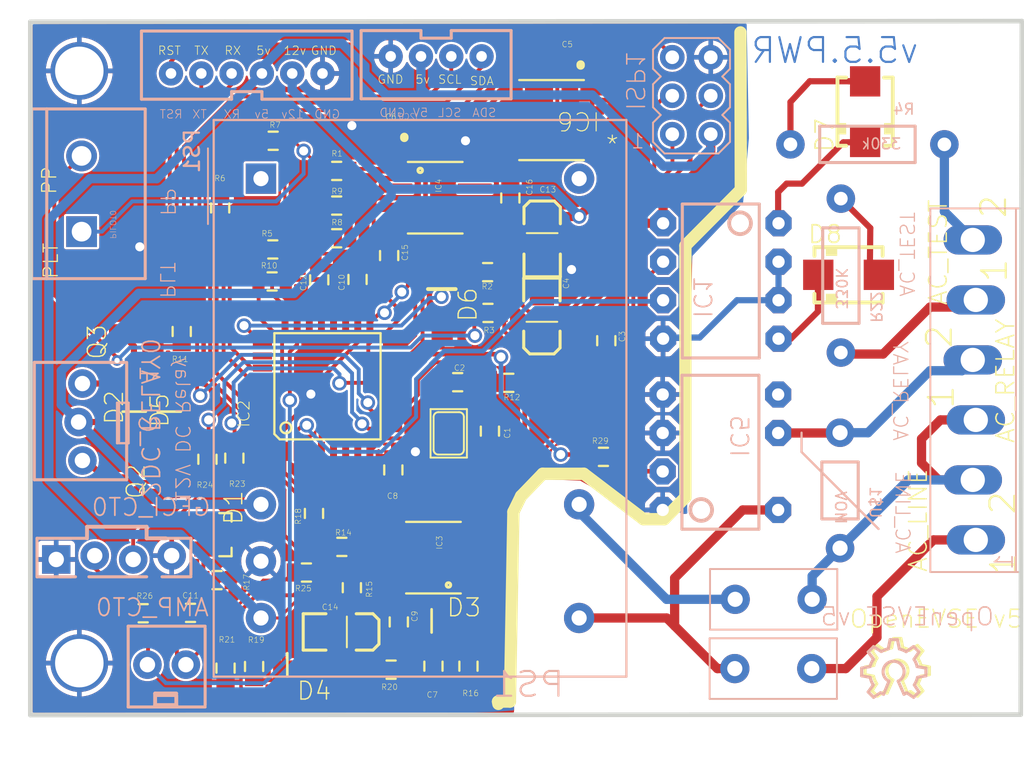
<source format=kicad_pcb>
(kicad_pcb (version 20240108) (generator "pcbnew") (generator_version "8.0")
  (layers (0 "F.Cu" signal) (31 "B.Cu" signal) (34 "B.Paste" user) (35 "F.Paste" user) (36 "B.SilkS" user "B.Silkscreen") (37 "F.SilkS" user "F.Silkscreen") (38 "B.Mask" user) (39 "F.Mask" user) (44 "Edge.Cuts" user))
  (net 0 "")
  (net 1 "+5V")
  (net 2 "GND")
  (net 3 "RX-I")
  (net 4 "TX")
  (net 5 "RST")
  (net 6 "PWM")
  (net 7 "N$2")
  (net 8 "+12V")
  (net 9 "PILOT")
  (net 10 "MOSI")
  (net 11 "SCK")
  (net 12 "MISO")
  (net 13 "DC_RELAY_2")
  (net 14 "N$11")
  (net 15 "N$10")
  (net 16 "N$44")
  (net 17 "PILOTREAD")
  (net 18 "AC_TEST")
  (net 19 "SDA")
  (net 20 "SCL")
  (net 21 "GFCI_INT")
  (net 22 "-12V")
  (net 23 "N$8")
  (net 24 "N$20")
  (net 25 "N$23")
  (net 26 "N$24")
  (net 27 "N$25")
  (net 28 "N$26")
  (net 29 "N$4")
  (net 30 "N$5")
  (net 31 "N$21")
  (net 32 "GFCI_TEST")
  (net 33 "AC_RELAY_1")
  (net 34 "ADC6")
  (net 35 "ADC7")
  (net 36 "ACIN1")
  (net 37 "ACIN2")
  (net 38 "ACTEST2")
  (net 39 "ADC3")
  (net 40 "PP_READ")
  (net 41 "FUSEL")
  (net 42 "FUSEN")
  (net 43 "N$30")
  (net 44 "N$22")
  (net 45 "PP")
  (net 46 "DC_RELAY_1")
  (net 47 "AMP_READ")
  (net 48 "N$7")
  (net 49 "N$1")
  (net 50 "N$6")
  (net 51 "AC_TEST_2")
  (net 52 "ACTEST1")
  (net 53 "N$18")
  (net 54 "ACRELAY")
  (net 55 "N$9")
  (net 56 "N$12")
  (net 57 "N$13")
  (net 58 "N$17")
  (net 59 "N$19")
  (net 60 "N$27")
  (net 61 "N$28")
  (footprint "OpenEVSE_PLUS_v5.5:0805" (layer "F.Cu") (at 153.6046 110.8634 180)
    (property "Reference" "R29")
    (property "Value" "330")
  )
  (footprint "OpenEVSE_PLUS_v5.5:HOLE" (layer "F.Cu") (at 119.0098 124.4778)
    (property "Reference" "U$4" (hide yes))
    (property "Value" "HOLE" (hide yes))
  )
  (footprint "OpenEVSE_PLUS_v5.5:0805" (layer "F.Cu") (at 142.3838 124.681 90)
    (property "Reference" "C7")
    (property "Value" ".1uf")
  )
  (footprint "OpenEVSE_PLUS_v5.5:0805" (layer "F.Cu") (at 135.9972 91.9912)
    (property "Reference" "R1")
    (property "Value" "620")
  )
  (footprint "OpenEVSE_PLUS_v5.5:0805" (layer "F.Cu") (at 131.8062 90)
    (property "Reference" "R7")
    (property "Value" "200k")
  )
  (footprint "OpenEVSE_PLUS_v5.5:TQFP32-08" (layer "F.Cu") (at 135.3892 106.2062 90)
    (property "Reference" "IC2")
    (property "Value" "ATMEGA328P-AU")
  )
  (footprint "OpenEVSE_PLUS_v5.5:0805" (layer "F.Cu") (at 134.5 114.6 90)
    (property "Reference" "R18")
    (property "Value" "100")
  )
  (footprint "OpenEVSE_PLUS_v5.5:0805" (layer "F.Cu") (at 127.4664 111.0238 90)
    (property "Reference" "R24")
    (property "Value" "330")
  )
  (footprint "OpenEVSE_PLUS_v5.5:0805" (layer "F.Cu") (at 128.6618 124.808 -90)
    (property "Reference" "R21")
    (property "Value" "100k")
  )
  (footprint "OpenEVSE_PLUS_v5.5:0805" (layer "F.Cu") (at 139.5898 124.9096 180)
    (property "Reference" "R20")
    (property "Value" "1k")
  )
  (footprint "OpenEVSE_PLUS_v5.5:0805" (layer "F.Cu") (at 131.7352 99.2862)
    (property "Reference" "R10")
    (property "Value" "10k")
  )
  (footprint "OpenEVSE_PLUS_v5.5:0805" (layer "F.Cu") (at 137.374 99.154 90)
    (property "Reference" "C10")
    (property "Value" ".1uf")
  )
  (footprint "OpenEVSE_PLUS_v5.5:SMA" (layer "F.Cu") (at 169.7844 98.8492)
    (property "Reference" "D8")
    (property "Value" "1N4004")
  )
  (footprint "OpenEVSE_PLUS_v5.5:0805" (layer "F.Cu") (at 145.9592 98.6714 180)
    (property "Reference" "R2")
    (property "Value" "10k")
  )
  (footprint "" (layer "F.Cu") (at 177.8136 124.4366)
    (property "Reference" "@HOLE1" (hide yes))
    (property "Value" "")
  )
  (footprint "OpenEVSE_PLUS_v5.5:0805" (layer "F.Cu") (at 137 119.5 -90)
    (property "Reference" "R15")
    (property "Value" "20k")
  )
  (footprint "OpenEVSE_PLUS_v5.5:SO08" (layer "F.Cu") (at 142.5012 93.7602 -90)
    (property "Reference" "IC4")
    (property "Value" "LF353")
  )
  (footprint "OpenEVSE_PLUS_v5.5:1206-CAP" (layer "F.Cu") (at 152.1 85)
    (property "Reference" "C5")
    (property "Value" "10uf")
  )
  (footprint "OpenEVSE_PLUS_v5.5:0805" (layer "F.Cu") (at 143.9832 105.9358)
    (property "Reference" "C2")
    (property "Value" "22pf")
  )
  (footprint "OpenEVSE_PLUS_v5.5:0805" (layer "F.Cu") (at 126.3504 121.1616)
    (property "Reference" "C11")
    (property "Value" ".1uf")
  )
  (footprint "OpenEVSE_PLUS_v5.5:EIA3216" (layer "F.Cu") (at 149.5424 101.5682 -90)
    (property "Reference" "C4")
    (property "Value" "10uf")
  )
  (footprint "OpenEVSE_PLUS_v5.5:SOD123" (layer "F.Cu") (at 122.6166 107.7138 90)
    (property "Reference" "D2")
    (property "Value" "1N4148")
  )
  (footprint "OpenEVSE_PLUS_v5.5:0805" (layer "F.Cu") (at 131.7808 97.1728)
    (property "Reference" "R5")
    (property "Value" "56k")
  )
  (footprint "OpenEVSE_PLUS_v5.5:0805" (layer "F.Cu") (at 125.7694 102.5898 90)
    (property "Reference" "R11")
    (property "Value" "330")
  )
  (footprint "OpenEVSE_PLUS_v5.5:0805" (layer "F.Cu") (at 134.8452 99.1778 90)
    (property "Reference" "C12")
    (property "Value" ".1uf")
  )
  (footprint "OpenEVSE_PLUS_v5.5:SO-8" (layer "F.Cu") (at 150.1797 88.635 180)
    (property "Reference" "IC6")
    (property "Value" "TC1044S" (hide yes))
  )
  (footprint "OpenEVSE_PLUS_v5.5:SMA" (layer "F.Cu") (at 170.8766 88.0796 90)
    (property "Reference" "D7")
    (property "Value" "1N4004")
  )
  (footprint "OpenEVSE_PLUS_v5.5:0805" (layer "F.Cu") (at 129.2428 110.9492 -90)
    (property "Reference" "R23")
    (property "Value" "330")
  )
  (footprint "OpenEVSE_PLUS_v5.5:0805" (layer "F.Cu") (at 134 118.5 180)
    (property "Reference" "R25")
    (property "Value" "100k")
  )
  (footprint "OpenEVSE_PLUS_v5.5:0805" (layer "F.Cu") (at 139.4602 97.5782 -90)
    (property "Reference" "C15")
    (property "Value" ".1uf")
  )
  (footprint "OpenEVSE_PLUS_v5.5:EIA3216" (layer "F.Cu") (at 136.2878 122.4204)
    (property "Reference" "C14")
    (property "Value" "10uf")
  )
  (footprint "" (layer "F.Cu") (at 177.8104 85.3714)
    (property "Reference" "@HOLE0" (hide yes))
    (property "Value" "")
  )
  (footprint "OpenEVSE_PLUS_v5.5:SOD123" (layer "F.Cu") (at 124.9026 107.7138 90)
    (property "Reference" "D5")
    (property "Value" "1N4148")
  )
  (footprint "OpenEVSE_PLUS_v5.5:0805" (layer "F.Cu") (at 153.7928 103.196 -90)
    (property "Reference" "C3")
    (property "Value" ".1uf")
  )
  (footprint "OpenEVSE_PLUS_v5.5:SOT23" (layer "F.Cu") (at 122.8326 112.5176 90)
    (property "Reference" "Q2")
    (property "Value" "2222A")
  )
  (footprint "OpenEVSE_PLUS_v5.5:0805" (layer "F.Cu") (at 135.9972 94.2772)
    (property "Reference" "R9")
    (property "Value" "100k")
  )
  (footprint "OpenEVSE_PLUS_v5.5:0805" (layer "F.Cu") (at 147.4602 93.7782 -90)
    (property "Reference" "C16")
    (property "Value" ".1uf")
  )
  (footprint "OpenEVSE_PLUS_v5.5:SO08" (layer "F.Cu") (at 142.3838 117.5182 90)
    (property "Reference" "IC3")
    (property "Value" "LM358")
  )
  (footprint "OpenEVSE_PLUS_v5.5:SOD123" (layer "F.Cu") (at 134.4 125)
    (property "Reference" "D4")
    (property "Value" "1N4148")
  )
  (footprint "OpenEVSE_PLUS_v5.5:EIA3216" (layer "F.Cu") (at 149.5602 96.4782 90)
    (property "Reference" "C13")
    (property "Value" "10uf")
  )
  (footprint "OpenEVSE_PLUS_v5.5:0805" (layer "F.Cu") (at 146.1116 109.1668 -90)
    (property "Reference" "C1")
    (property "Value" "22pf")
  )
  (footprint "OpenEVSE_PLUS_v5.5:0805" (layer "F.Cu") (at 140.0978 121.76 -90)
    (property "Reference" "C9")
    (property "Value" ".1uf")
  )
  (footprint "OpenEVSE_PLUS_v5.5:0805" (layer "F.Cu") (at 147.3602 105.9782)
    (property "Reference" "R12")
    (property "Value" "330")
  )
  (footprint "OpenEVSE_PLUS_v5.5:0805" (layer "F.Cu") (at 135.9972 96.4362)
    (property "Reference" "R8")
    (property "Value" "100k")
  )
  (footprint "OpenEVSE_PLUS_v5.5:SOT23" (layer "F.Cu") (at 122.769 102.6084 90)
    (property "Reference" "Q3")
    (property "Value" "2222A")
  )
  (footprint "OpenEVSE_PLUS_v5.5:0805" (layer "F.Cu") (at 136.3386 116.807)
    (property "Reference" "R14")
    (property "Value" "100k")
  )
  (footprint "OpenEVSE_PLUS_v5.5:SOD123" (layer "F.Cu") (at 144.2888 121.76)
    (property "Reference" "D3")
    (property "Value" "1N4148")
  )
  (footprint "OpenEVSE_PLUS_v5.5:0805" (layer "F.Cu") (at 130.5462 124.7014 90)
    (property "Reference" "R19")
    (property "Value" "10k")
  )
  (footprint "OpenEVSE_PLUS_v5.5:HOLE" (layer "F.Cu") (at 119.0098 85.3872)
    (property "Reference" "U$3" (hide yes))
    (property "Value" "HOLE" (hide yes))
  )
  (footprint "OpenEVSE_PLUS_v5.5:0805" (layer "F.Cu") (at 139.7362 111.727 90)
    (property "Reference" "C8")
    (property "Value" ".1uf")
  )
  (footprint "OpenEVSE_PLUS_v5.5:NX3225" (layer "F.Cu") (at 143.3938 109.314 -90)
    (property "Reference" "Q1" (hide yes))
    (property "Value" "16000" (hide yes))
  )
  (footprint "OpenEVSE_PLUS_v5.5:1206-CAP" (layer "F.Cu") (at 140.4602 89.7782)
    (property "Reference" "C6")
    (property "Value" "10uf")
  )
  (footprint "OpenEVSE_PLUS_v5.5:0805" (layer "F.Cu") (at 145.9846 101.3638 180)
    (property "Reference" "R3")
    (property "Value" "1k")
  )
  (footprint "OpenEVSE_PLUS_v5.5:0805" (layer "F.Cu") (at 128.3062 94.4348 90)
    (property "Reference" "R6")
    (property "Value" "100k")
  )
  (footprint "OpenEVSE_PLUS_v5.5:0805" (layer "F.Cu") (at 123.2262 121.187)
    (property "Reference" "R26")
    (property "Value" "22")
  )
  (footprint "OpenEVSE_PLUS_v5.5:SOD123" (layer "F.Cu") (at 142.962 100.7034 -90)
    (property "Reference" "D6")
    (property "Value" "1N4148")
  )
  (footprint "OpenEVSE_PLUS_v5.5:0805" (layer "F.Cu") (at 144.6952 124.681 -90)
    (property "Reference" "R16")
    (property "Value" "100k")
  )
  (footprint "OpenEVSE_PLUS_v5.5:SOT23" (layer "F.Cu") (at 128.4 116 -90)
    (property "Reference" "D1")
    (property "Value" "AZ23C5V6-7-F")
  )
  (footprint "OpenEVSE_PLUS_v5.5:OSHW_8X150_NOTEXT" (layer "F.Cu") (at 170.8766 126.6622)
    (property "Reference" "LOGO1" (hide yes))
    (property "Value" "OSHW_LOGO_8MILX0150-NT" (hide yes))
  )
  (footprint "OpenEVSE_PLUS_v5.5:0805" (layer "F.Cu") (at 128.1 119 180)
    (property "Reference" "R17")
    (property "Value" "412")
  )
  (footprint "OpenEVSE_PLUS_v5.5:BELFUSE1A" (layer "B.Cu") (at 160.615 126.84 90)
    (property "Reference" "F2" (hide yes))
    (property "Value" "BEL1AFUSE" (hide yes))
  )
  (footprint "OpenEVSE_PLUS_v5.5:JST-4-PTH-VERT" (layer "B.Cu") (at 142.5602 84.9782)
    (property "Reference" "I2C0")
    (property "Value" "")
  )
  (footprint "OpenEVSE_PLUS_v5.5:JST-VH-6" (layer "B.Cu") (at 178.1822 104.466)
    (property "Reference" "AC0" (hide yes))
    (property "Value" "JST-VH-6" (hide yes))
  )
  (footprint "OpenEVSE_PLUS_v5.5:GFCI_4" (layer "B.Cu") (at 117.4858 117.5104)
    (property "Reference" "GFCI_CT0")
    (property "Value" "GFCI_CT")
  )
  (footprint "OpenEVSE_PLUS_v5.5:AXIAL-0.4" (layer "B.Cu") (at 169.2764 98.9 90)
    (property "Reference" "R22")
    (property "Value" "330K")
  )
  (footprint "OpenEVSE_PLUS_v5.5:AVRISP" (layer "B.Cu") (at 159.4176 87.0292)
    (property "Reference" "ISP1")
    (property "Value" "AVRISP-6" (hide yes))
  )
  (footprint "OpenEVSE_PLUS_v5.5:OSHW_8X150_NOTEXT" (layer "B.Cu") (at 174.8898 126.7384 180)
    (property "Reference" "LOGO2" (hide yes))
    (property "Value" "OSHW_LOGO_8MILX0150-NT" (hide yes))
  )
  (footprint "OpenEVSE_PLUS_v5.5:AXIAL-0.4" (layer "B.Cu") (at 171.029 90.2386 180)
    (property "Reference" "R4")
    (property "Value" "330k")
  )
  (footprint "OpenEVSE_PLUS_v5.5:DIP7" (layer "B.Cu") (at 161.3262 110.5586 90)
    (property "Reference" "IC5")
    (property "Value" "AQH1213")
  )
  (footprint "Converter_ACDC:Converter_ACDC_TRACO_TMLM-04_THT" (layer "B.Cu") (at 131 92.5 -90)
    (property "Reference" "PS1")
    (property "Value" "")
  )
  (footprint "OpenEVSE_PLUS_v5.5:JST6" (layer "B.Cu") (at 130.0602 85.2782 180)
    (property "Reference" "COMM0" (hide yes))
    (property "Value" "JST6")
  )
  (footprint "OpenEVSE_PLUS_v5.5:MOV" (layer "B.Cu") (at 166.6816 108.001 90)
    (property "Reference" "U$1")
    (property "Value" "MOV")
  )
  (footprint "OpenEVSE_PLUS_v5.5:BELFUSE1A" (layer "B.Cu") (at 160.6404 122.268 90)
    (property "Reference" "F1" (hide yes))
    (property "Value" "BEL1AFUSE" (hide yes))
  )
  (footprint "OpenEVSE_PLUS_v5.5:DIP08" (layer "B.Cu") (at 161.3516 99.2556 -90)
    (property "Reference" "IC1")
    (property "Value" "HCPL-2731")
  )
  (footprint "OpenEVSE_PLUS_v5.5:MOLEX_3" (layer "B.Cu") (at 119.0876 108.5656 90)
    (property "Reference" "DC_RELAY0")
    (property "Value" "DC_RELAY")
  )
  (footprint "OpenEVSE_PLUS_v5.5:MOLEX_2" (layer "B.Cu") (at 124.7756 124.5794 180)
    (property "Reference" "AMP_CT0")
    (property "Value" "AMP_CT")
  )
  (footprint "OpenEVSE_PLUS_v5.5:SCREWTERMINAL-5MM-2" (layer "B.Cu") (at 119.1602 96 90)
    (property "Reference" "PILOT0")
    (property "Value" "")
  )
  (gr_line (start 149.5914 111.981) (end 148.169 113.4542) (stroke (width 0.8128)) (layer "F.SilkS"))
  (gr_line (start 162.647 82.8472) (end 162.6724 93.2358) (stroke (width 0.8128)) (layer "F.SilkS"))
  (gr_line (start 156.2462 114.9782) (end 152.3092 111.981) (stroke (width 0.8128)) (layer "F.SilkS"))
  (gr_line (start 147.4324 127.0178) (end 146.645 127.0178) (stroke (width 0.8128)) (layer "F.SilkS"))
  (gr_line (start 147.661 114.4956) (end 147.4324 127.0178) (stroke (width 0.8128)) (layer "F.SilkS"))
  (gr_line (start 148.169 113.4542) (end 147.661 114.4956) (stroke (width 0.8128)) (layer "F.SilkS"))
  (gr_line (start 159.0148 96.9188) (end 159.0148 113.5304) (stroke (width 0.8128)) (layer "F.SilkS"))
  (gr_line (start 146.645 127.0178) (end 146.6704 127.1702) (stroke (width 0.8128)) (layer "F.SilkS"))
  (gr_line (start 162.6724 93.2358) (end 159.0148 96.9188) (stroke (width 0.8128)) (layer "F.SilkS"))
  (gr_line (start 142.0222 99.789) (end 143.851 99.789) (stroke (width 0.254)) (layer "F.SilkS"))
  (gr_line (start 152.3092 111.981) (end 149.5914 111.981) (stroke (width 0.8128)) (layer "F.SilkS"))
  (gr_line (start 157.6178 114.9782) (end 156.2462 114.9782) (stroke (width 0.8128)) (layer "F.SilkS"))
  (gr_line (start 159.0148 113.5304) (end 157.6178 114.9782) (stroke (width 0.8128)) (layer "F.SilkS"))
  (gr_line (start 181.1488 127.8782) (end 115.7772 127.9052) (stroke (width 0.3048)) (layer "Edge.Cuts"))
  (gr_line (start 115.7772 127.9052) (end 115.7772 82.148) (stroke (width 0.3048)) (layer "Edge.Cuts"))
  (gr_line (start 115.7772 82.148) (end 181.225 82.102) (stroke (width 0.3048)) (layer "Edge.Cuts"))
  (gr_line (start 181.225 82.102) (end 181.1488 127.8782) (stroke (width 0.3048)) (layer "Edge.Cuts"))
  (gr_text "v5.5.PWR" (at 174.5 85 0) (layer "B.Cu") (effects (font (size 1.63576 1.63576) (thickness 0.14224)) (justify left bottom mirror)))
  (gr_text "12v" (at 133.8602 88.5782 0) (layer "B.SilkS") (effects (font (size 0.560832 0.560832) (thickness 0.048768)) (justify left bottom mirror)))
  (gr_text "TX" (at 127.4602 88.5782 0) (layer "B.SilkS") (effects (font (size 0.560832 0.560832) (thickness 0.048768)) (justify left bottom mirror)))
  (gr_text "RST" (at 125.8602 88.5782 0) (layer "B.SilkS") (effects (font (size 0.560832 0.560832) (thickness 0.048768)) (justify left bottom mirror)))
  (gr_text "GND" (at 140.5602 88.4782 0) (layer "B.SilkS") (effects (font (size 0.560832 0.560832) (thickness 0.048768)) (justify left bottom mirror)))
  (gr_text "1" (at 124.2518 105.980882 -90) (layer "B.SilkS") (effects (font (size 1.1684 1.1684) (thickness 0.1016)) (justify left top mirror)))
  (gr_text "5v" (at 131.5602 88.5782 0) (layer "B.SilkS") (effects (font (size 0.560832 0.560832) (thickness 0.048768)) (justify left bottom mirror)))
  (gr_text "AC_TEST" (at 174.169 100.352218 -90) (layer "B.SilkS") (effects (font (size 0.93472 0.93472) (thickness 0.08128)) (justify left top mirror)))
  (gr_text "RX" (at 129.6602 88.5782 0) (layer "B.SilkS") (effects (font (size 0.560832 0.560832) (thickness 0.048768)) (justify left bottom mirror)))
  (gr_text "SCL" (at 144.2602 88.4782 0) (layer "B.SilkS") (effects (font (size 0.560832 0.560832) (thickness 0.048768)) (justify left bottom mirror)))
  (gr_text "SDA" (at 146.5602 88.4782 0) (layer "B.SilkS") (effects (font (size 0.560832 0.560832) (thickness 0.048768)) (justify left bottom mirror)))
  (gr_text "GND" (at 136.2602 88.5782 0) (layer "B.SilkS") (effects (font (size 0.560832 0.560832) (thickness 0.048768)) (justify left bottom mirror)))
  (gr_text "5V" (at 142.0602 88.4782 0) (layer "B.SilkS") (effects (font (size 0.560832 0.560832) (thickness 0.048768)) (justify left bottom mirror)))
  (gr_text "OpenEVSE v5" (at 179.4618 122.0902 0) (layer "B.SilkS") (effects (font (size 1.1684 1.1684) (thickness 0.1016)) (justify left bottom mirror)))
  (gr_text "PLT" (at 124.2628 100.462915 -90) (layer "B.SilkS") (effects (font (size 0.93472 0.93472) (thickness 0.08128)) (justify left bottom mirror)))
  (gr_text "PS1" (at 151.1154 126.84 0) (layer "B.SilkS") (effects (font (size 1.63576 1.63576) (thickness 0.14224)) (justify left bottom mirror)))
  (gr_text "PP" (at 124.285 95.017915 -90) (layer "B.SilkS") (effects (font (size 0.93472 0.93472) (thickness 0.08128)) (justify left bottom mirror)))
  (gr_text "2" (at 123.0326 113.629444 -90) (layer "B.SilkS") (effects (font (size 1.1684 1.1684) (thickness 0.1016)) (justify left bottom mirror)))
  (gr_text "C" (at 124.1756 109.38292 -90) (layer "B.SilkS") (effects (font (size 1.1684 1.1684) (thickness 0.1016)) (justify left top mirror)))
  (gr_text "AC_LINE" (at 173.8896 117.312885 -90) (layer "B.SilkS") (effects (font (size 0.93472 0.93472) (thickness 0.08128)) (justify left top mirror)))
  (gr_text "12V DC Relay" (at 125.2678 113.968915 -90) (layer "B.SilkS") (effects (font (size 0.93472 0.93472) (thickness 0.08128)) (justify left bottom mirror)))
  (gr_text "AC_RELAY" (at 173.7372 109.865848 -90) (layer "B.SilkS") (effects (font (size 0.93472 0.93472) (thickness 0.08128)) (justify left top mirror)))
  (gr_text "_" (at 124.0644 107.9424 0) (layer "F.SilkS") (effects (font (size 2.009648 2.009648) (thickness 0.174752)) (justify left bottom)))
  (gr_text "TX" (at 126.5602 84.3782 0) (layer "F.SilkS") (effects (font (size 0.560832 0.560832) (thickness 0.048768)) (justify left bottom)))
  (gr_text "AC_RELAY" (at 180.8238 110.0286 90) (layer "F.SilkS") (effects (font (size 1.1684 1.1684) (thickness 0.1016)) (justify left bottom)))
  (gr_text "RST" (at 124.1602 84.3782 0) (layer "F.SilkS") (effects (font (size 0.560832 0.560832) (thickness 0.048768)) (justify left bottom)))
  (gr_text "GND" (at 138.6602 86.2782 0) (layer "F.SilkS") (effects (font (size 0.560832 0.560832) (thickness 0.048768)) (justify left bottom)))
  (gr_text "SCL" (at 142.6602 86.2782 0) (layer "F.SilkS") (effects (font (size 0.560832 0.560832) (thickness 0.048768)) (justify left bottom)))
  (gr_text "_" (at 121.753 107.9424 0) (layer "F.SilkS") (effects (font (size 2.009648 2.009648) (thickness 0.174752)) (justify left bottom)))
  (gr_text "OpenEVSE v5" (at 169.7844 122.2426 0) (layer "F.SilkS") (effects (font (size 1.1684 1.1684) (thickness 0.1016)) (justify left bottom)))
  (gr_text "GND" (at 134.2602 84.3782 0) (layer "F.SilkS") (effects (font (size 0.560832 0.560832) (thickness 0.048768)) (justify left bottom)))
  (gr_text "PP" (at 117.5732 93.6026 90) (layer "F.SilkS") (effects (font (size 0.93472 0.93472) (thickness 0.08128)) (justify left bottom)))
  (gr_text "AC_LINE" (at 175.058 118.5376 90) (layer "F.SilkS") (effects (font (size 1.1684 1.1684) (thickness 0.1016)) (justify left bottom)))
  (gr_text "PLT" (at 117.6748 99.176 90) (layer "F.SilkS") (effects (font (size 0.93472 0.93472) (thickness 0.08128)) (justify left bottom)))
  (gr_text "5v" (at 130.6602 84.3782 0) (layer "F.SilkS") (effects (font (size 0.560832 0.560832) (thickness 0.048768)) (justify left bottom)))
  (gr_text "_" (at 132.802 125.4684 90) (layer "F.SilkS") (effects (font (size 2.009648 2.009648) (thickness 0.174752)) (justify left bottom)))
  (gr_text "1" (at 180.3666 99.4368 90) (layer "F.SilkS") (effects (font (size 1.63576 1.63576) (thickness 0.14224)) (justify left bottom)))
  (gr_text "RX" (at 128.5602 84.3782 0) (layer "F.SilkS") (effects (font (size 0.560832 0.560832) (thickness 0.048768)) (justify left bottom)))
  (gr_text "2" (at 180.3158 95.2204 90) (layer "F.SilkS") (effects (font (size 1.63576 1.63576) (thickness 0.14224)) (justify left bottom)))
  (gr_text "SDA" (at 144.7602 86.3782 0) (layer "F.SilkS") (effects (font (size 0.560832 0.560832) (thickness 0.048768)) (justify left bottom)))
  (gr_text "2" (at 180.9254 114.7784 90) (layer "F.SilkS") (effects (font (size 1.63576 1.63576) (thickness 0.14224)) (justify left bottom)))
  (gr_text "1" (at 176.8614 107.7934 90) (layer "F.SilkS") (effects (font (size 1.63576 1.63576) (thickness 0.14224)) (justify left bottom)))
  (gr_text "2" (at 176.7344 103.8056 90) (layer "F.SilkS") (effects (font (size 1.63576 1.63576) (thickness 0.14224)) (justify left bottom)))
  (gr_text "_" (at 142.327 122.5728 90) (layer "F.SilkS") (effects (font (size 2.009648 2.009648) (thickness 0.174752)) (justify left bottom)))
  (gr_text "5v" (at 141.1602 86.2782 0) (layer "F.SilkS") (effects (font (size 0.560832 0.560832) (thickness 0.048768)) (justify left bottom)))
  (gr_text "12v" (at 132.4602 84.3782 0) (layer "F.SilkS") (effects (font (size 0.560832 0.560832) (thickness 0.048768)) (justify left bottom)))
  (gr_text "AC_TEST" (at 176.3788 100.9354 90) (layer "F.SilkS") (effects (font (size 1.1684 1.1684) (thickness 0.1016)) (justify left bottom)))
  (gr_text "1" (at 180.9762 118.8424 90) (layer "F.SilkS") (effects (font (size 1.63576 1.63576) (thickness 0.14224)) (justify left bottom)))
  (segment (start 136.4792 99.1592) (end 132.7622 99.1592) (width 0.3048) (layer "F.Cu") (net 1))
  (segment (start 141.4186 114.9782) (end 136.049736 114.9782) (width 0.254) (layer "F.Cu") (net 1))
  (segment (start 136.5612 110.5332) (end 136.5612 107.8282) (width 0.254) (layer "F.Cu") (net 1))
  (segment (start 139.7676 119.4232) (end 139.7676 120.5408) (width 0.254) (layer "F.Cu") (net 1))
  (segment (start 134.4022 94.4042) (end 135.1642 94.4042) (width 0.254) (layer "F.Cu") (net 1))
  (segment (start 147.0602 102.5782) (end 147.4502 102.9682) (width 0.254) (layer "F.Cu") (net 1))
  (segment (start 136.612 111.5746) (end 137.6264 112.589) (width 0.3048) (layer "F.Cu") (net 1))
  (segment (start 151.8238 102.3266) (end 151.8544 102.296) (width 0.4064) (layer "F.Cu") (net 1))
  (segment (start 139.9581 120.7313) (end 139.7676 120.5408) (width 0.254) (layer "F.Cu") (net 1))
  (segment (start 157.5416 94.2456) (end 157.5416 95.4456) (width 0.6096) (layer "F.Cu") (net 1))
  (segment (start 140.1602 112.589) (end 137.6264 112.589) (width 0.254) (layer "F.Cu") (net 1))
  (segment (start 150.184 102.3266) (end 151.8238 102.3266) (width 0.4064) (layer "F.Cu") (net 1))
  (segment (start 133.5 116) (end 133.5 113.425064) (width 0.2) (layer "F.Cu") (net 1))
  (segment (start 134.307 116.807) (end 133.5 116) (width 0.2) (layer "F.Cu") (net 1))
  (segment (start 132.6352 99.2862) (end 132.6352 96.8882) (width 0.3048) (layer "F.Cu") (net 1))
  (segment (start 157.5416 95.4456) (end 156.1416 95.4456) (width 0.6096) (layer "F.Cu") (net 1))
  (segment (start 132.7062 96.6682) (end 132.6808 97.1728) (width 0.254) (layer "F.Cu") (net 1))
  (segment (start 151.8544 102.296) (end 153.7928 102.296) (width 0.4064) (layer "F.Cu") (net 1))
  (segment (start 135.571536 114.5) (end 133.8604 114.5) (width 0.254) (layer "F.Cu") (net 1))
  (segment (start 145.6004 112.589) (end 140.1602 112.589) (width 0.3048) (layer "F.Cu") (net 1))
  (segment (start 140.2602 112.489) (end 139.8124 112.489) (width 0.3048) (layer "F.Cu") (net 1))
  (segment (start 134.4276 107.8154) (end 133.5894 107.8154) (width 0.254) (layer "F.Cu") (net 1))
  (segment (start 134.9356 111.092) (end 134.9356 111.2698) (width 0.254) (layer "F.Cu") (net 1))
  (segment (start 134.9356 111.2698) (end 135.6658 112) (width 0.254) (layer "F.Cu") (net 1))
  (segment (start 141.6472 115.2068) (end 141.4186 114.9782) (width 0.254) (layer "F.Cu") (net 1))
  (segment (start 139.7676 119.4232) (end 141.1646 119.4232) (width 0.254) (layer "F.Cu") (net 1))
  (segment (start 133.8942 94.9122) (end 134.4022 94.4042) (width 0.254) (layer "F.Cu") (net 1))
  (segment (start 145.6004 112.589) (end 148.4086 109.7808) (width 0.3048) (layer "F.Cu") (net 1))
  (segment (start 133.4082 96.6682) (end 133.8942 96.1822) (width 0.254) (layer "F.Cu") (net 1))
  (segment (start 131 121.5) (end 132.198368 121.5) (width 0.2) (layer "F.Cu") (net 1))
  (segment (start 160.6876 91.0996) (end 157.5416 94.2456) (width 0.6096) (layer "F.Cu") (net 1))
  (segment (start 151.8238 102.3266) (end 151.7528 101.8948) (width 0.4064) (layer "F.Cu") (net 1))
  (segment (start 137.4502 101.8972) (end 137.4502 100.1302) (width 0.3048) (layer "F.Cu") (net 1))
  (segment (start 148.4086 109.7808) (end 148.4086 106.1266) (width 0.3048) (layer "F.Cu") (net 1))
  (segment (start 153.945 99.519588) (end 151.8238 101.640788) (width 0.6096) (layer "F.Cu") (net 1))
  (segment (start 134.9356 108.3234) (end 134.4276 107.8154) (width 0.254) (layer "F.Cu") (net 1))
  (segment (start 156.1416 95.4456) (end 153.945 97.6422) (width 0.6096) (layer "F.Cu") (net 1))
  (segment (start 132.7258 108.8822) (end 131.786 109.822) (width 0.254) (layer "F.Cu") (net 1))
  (segment (start 141.6472 118.9152) (end 141.6472 115.2068) (width 0.254) (layer "F.Cu") (net 1))
  (segment (start 141.1646 119.3978) (end 141.6472 118.9152) (width 0.254) (layer "F.Cu") (net 1))
  (segment (start 140.1602 112.589) (end 140.2602 112.489) (width 0.254) (layer "F.Cu") (net 1))
  (segment (start 136.612 111.5746) (end 136.612 110.5216) (width 0.3048) (layer "F.Cu") (net 1))
  (segment (start 160.6876 89.5692) (end 160.6876 91.0996) (width 0.6096) (layer "F.Cu") (net 1))
  (segment (start 134.9 118.5) (end 134.9 117.3456) (width 0.2) (layer "F.Cu") (net 1))
  (segment (start 153.945 97.6422) (end 153.945 99.519588) (width 0.6096) (layer "F.Cu") (net 1))
  (segment (start 149.5424 104.696) (end 148.2602 105.9782) (width 0.4064) (layer "F.Cu") (net 1))
  (segment (start 136.5612 107.8282) (end 135.3532 106.6202) (width 0.254) (layer "F.Cu") (net 1))
  (segment (start 135.3532 105.3452) (end 135.3532 106.6202) (width 0.254) (layer "F.Cu") (net 1))
  (segment (start 135.3532 105.3452) (end 137.3892 103.3092) (width 0.254) (layer "F.Cu") (net 1))
  (segment (start 136.049736 114.9782) (end 135.571536 114.5) (width 0.254) (layer "F.Cu") (net 1))
  (segment (start 131.786 109.822) (end 131.786 111.711064) (width 0.254) (layer "F.Cu") (net 1))
  (segment (start 136.1866 112) (end 136.612 111.5746) (width 0.254) (layer "F.Cu") (net 1))
  (segment (start 141.1646 119.4232) (end 141.1646 119.3978) (width 0.254) (layer "F.Cu") (net 1))
  (segment (start 149.5424 102.9682) (end 150.184 102.3266) (width 0.4064) (layer "F.Cu") (net 1))
  (segment (start 137.3892 103.3092) (end 137.3892 101.9136) (width 0.254) (layer "F.Cu") (net 1))
  (segment (start 147.4502 102.9682) (end 149.5424 102.9682) (width 0.254) (layer "F.Cu") (net 1))
  (segment (start 149.5424 102.9682) (end 149.5424 104.696) (width 0.4064) (layer "F.Cu") (net 1))
  (segment (start 147.0602 101.5394) (end 147.0602 102.5782) (width 0.254) (layer "F.Cu") (net 1))
  (segment (start 151.8238 101.640788) (end 151.8238 102.3266) (width 0.6096) (layer "F.Cu") (net 1))
  (segment (start 132.7062 96.6682) (end 133.4082 96.6682) (width 0.254) (layer "F.Cu") (net 1))
  (segment (start 133.8942 96.1822) (end 133.8942 94.9122) (width 0.254) (layer "F.Cu") (net 1))
  (segment (start 131.786 111.711064) (end 133.5 113.425064) (width 0.254) (layer "F.Cu") (net 1))
  (segment (start 135.4386 116.807) (end 134.307 116.807) (width 0.2) (layer "F.Cu") (net 1))
  (segment (start 134.9 117.3456) (end 135.4386 116.807) (width 0.2) (layer "F.Cu") (net 1))
  (segment (start 134.9356 111.092) (end 134.9356 108.3234) (width 0.254) (layer "F.Cu") (net 1))
  (segment (start 132.198368 121.5) (end 134.9 118.798368) (width 0.2) (layer "F.Cu") (net 1))
  (segment (start 132.7258 108.679) (end 132.7258 108.8822) (width 0.254) (layer "F.Cu") (net 1))
  (segment (start 133.5894 107.8154) (end 132.7258 108.679) (width 0.254) (layer "F.Cu") (net 1))
  (segment (start 133.8604 114.5) (end 133.5 114.1396) (width 0.254) (layer "F.Cu") (net 1))
  (segment (start 134.9892 111.0384) (end 134.9356 111.092) (width 0.254) (layer "F.Cu") (net 1))
  (segment (start 135.6658 112) (end 136.1866 112) (width 0.254) (layer "F.Cu") (net 1))
  (segment (start 134.9892 110.4988) (end 134.9892 111.0384) (width 0.254) (layer "F.Cu") (net 1))
  (segment (start 136.4792 99.1592) (end 137.374 100.054) (width 0.3048) (layer "F.Cu") (net 1))
  (segment (start 141.5602 86.5782) (end 141.5602 84.4282) (width 0.6096) (layer "B.Cu") (net 1))
  (segment (start 139.2602 86.9782) (end 141.9602 86.9782) (width 0.6096) (layer "B.Cu") (net 1))
  (segment (start 141.9602 86.9782) (end 141.5602 86.5782) (width 0.6096) (layer "B.Cu") (net 1))
  (segment (start 124.1184 92.5) (end 119.7138 92.5) (width 0.6096) (layer "B.Cu") (net 1))
  (segment (start 117 112.381943) (end 120.604457 115.9864) (width 0.6096) (layer "B.Cu") (net 1))
  (segment (start 159.556668 91.6782) (end 160.6567 90.578169) (width 0.6096) (layer "B.Cu") (net 1))
  (segment (start 120.604457 115.9864) (end 125.684457 115.9864) (width 0.6096) (layer "B.Cu") (net 1))
  (segment (start 137.8602 85.5782) (end 139.2602 86.9782) (width 0.6096) (layer "B.Cu") (net 1))
  (segment (start 159.556668 91.6782) (end 157.5602 91.6782) (width 0.6096) (layer "B.Cu") (net 1))
  (segment (start 125.684457 115.9864) (end 131 121.301943) (width 0.6096) (layer "B.Cu") (net 1))
  (segment (start 117 95.2138) (end 117 112.381943) (width 0.6096) (layer "B.Cu") (net 1))
  (segment (start 136.3602 83.5782) (end 132.6402 83.5782) (width 0.6096) (layer "B.Cu") (net 1))
  (segment (start 131.0602 85.5582) (end 124.1184 92.5) (width 0.6096) (layer "B.Cu") (net 1))
  (segment (start 136.3602 83.5782) (end 137.8602 85.0782) (width 0.6096) (layer "B.Cu") (net 1))
  (segment (start 137.8602 85.0782) (end 137.8602 85.5782) (width 0.6096) (layer "B.Cu") (net 1))
  (segment (start 119.7138 92.5) (end 117 95.2138) (width 0.6096) (layer "B.Cu") (net 1))
  (segment (start 157.5602 91.6782) (end 152.8602 86.9782) (width 0.6096) (layer "B.Cu") (net 1))
  (segment (start 132.6402 83.5782) (end 131.0602 85.1582) (width 0.6096) (layer "B.Cu") (net 1))
  (segment (start 152.8602 86.9782) (end 141.9602 86.9782) (width 0.6096) (layer "B.Cu") (net 1))
  (segment (start 160.6658 89.591) (end 160.6567 90.578169) (width 0.4064) (layer "B.Cu") (net 1))
  (via (at 141.1944 110.5244) (size 0.9556) (drill 0.6) (layers "F.Cu" "B.Cu") (net 2))
  (via (at 134.2944 106.7244) (size 0.9556) (drill 0.6) (layers "F.Cu" "B.Cu") (net 2))
  (via (at 151.5 98.5) (size 0.9556) (drill 0.6) (layers "F.Cu" "B.Cu") (net 2))
  (via (at 144.5 90) (size 0.9556) (drill 0.6) (layers "F.Cu" "B.Cu") (net 2))
  (via (at 123 97) (size 0.9556) (drill 0.6) (layers "F.Cu" "B.Cu") (net 2))
  (via (at 137 89) (size 0.9556) (drill 0.6) (layers "F.Cu" "B.Cu") (net 2))
  (segment (start 165.1616 97.9856) (end 165.1616 100.5256) (width 0.4064) (layer "B.Cu") (net 2))
  (segment (start 159.9546 102.9894) (end 157.6178 102.9894) (width 0.4064) (layer "B.Cu") (net 2))
  (segment (start 162.4184 100.5256) (end 159.9546 102.9894) (width 0.4064) (layer "B.Cu") (net 2))
  (segment (start 165.1616 100.5256) (end 162.4184 100.5256) (width 0.4064) (layer "B.Cu") (net 2))
  (segment (start 128.0744 98.823319) (end 125.436 96.239885) (width 0.254) (layer "F.Cu") (net 3))
  (segment (start 128.0744 98.823319) (end 128.0744 105.3484) (width 0.254) (layer "F.Cu") (net 3))
  (segment (start 125.436 89.9024) (end 129.0602 86.2782) (width 0.254) (layer "F.Cu") (net 3))
  (segment (start 125.436 96.239885) (end 125.436 89.9024) (width 0.254) (layer "F.Cu") (net 3))
  (segment (start 129.0602 86.2782) (end 129.0602 85.5582) (width 0.254) (layer "F.Cu") (net 3))
  (segment (start 130.1322 107.4062) (end 128.0744 105.3484) (width 0.254) (layer "F.Cu") (net 3))
  (segment (start 131.0966 107.4062) (end 130.1322 107.4062) (width 0.254) (layer "F.Cu") (net 3))
  (segment (start 124.9788 89.5596) (end 127.0602 87.4782) (width 0.254) (layer "F.Cu") (net 4))
  (segment (start 124.9788 96.407522) (end 124.9788 89.5596) (width 0.254) (layer "F.Cu") (net 4))
  (segment (start 131.0966 108.2062) (end 130.0432 108.2062) (width 0.254) (layer "F.Cu") (net 4))
  (segment (start 127.0602 87.4782) (end 127.0602 85.5582) (width 0.254) (layer "F.Cu") (net 4))
  (segment (start 130.0432 108.2062) (end 127.6426 105.758707) (width 0.254) (layer "F.Cu") (net 4))
  (segment (start 127.6426 99.001675) (end 124.9788 96.407522) (width 0.254) (layer "F.Cu") (net 4))
  (segment (start 127.6426 105.758707) (end 127.6426 99.001675) (width 0.254) (layer "F.Cu") (net 4))
  (segment (start 144.0602 87.9782) (end 129.9602 87.9782) (width 0.254) (layer "F.Cu") (net 5))
  (segment (start 126.582371 83.236029) (end 125.0602 84.7582) (width 0.254) (layer "F.Cu") (net 5))
  (segment (start 148.802371 83.236029) (end 144.0602 87.9782) (width 0.254) (layer "F.Cu") (net 5))
  (segment (start 132.1162 106.4946) (end 131.2082 106.4946) (width 0.254) (layer "F.Cu") (net 5))
  (segment (start 130.8462 101.6432) (end 132.3956 103.1926) (width 0.254) (layer "F.Cu") (net 5))
  (segment (start 131.2082 106.4946) (end 131.0966 106.6062) (width 0.254) (layer "F.Cu") (net 5))
  (segment (start 132.1162 106.4946) (end 132.3956 106.2152) (width 0.254) (layer "F.Cu") (net 5))
  (segment (start 148.802371 83.236029) (end 126.582371 83.236029) (width 0.254) (layer "F.Cu") (net 5))
  (segment (start 129.9602 87.9782) (end 126.9346 91.0038) (width 0.254) (layer "F.Cu") (net 5))
  (segment (start 126.9346 91.0038) (end 126.9346 95.725) (width 0.254) (layer "F.Cu") (net 5))
  (segment (start 126.9346 95.725) (end 130.5878 99.3782) (width 0.254) (layer "F.Cu") (net 5))
  (segment (start 125.0602 85.5582) (end 125.0602 84.7582) (width 0.254) (layer "F.Cu") (net 5))
  (segment (start 132.3956 106.2152) (end 132.3956 103.1926) (width 0.254) (layer "F.Cu") (net 5))
  (segment (start 130.8462 101.6432) (end 130.8462 99.3782) (width 0.254) (layer "F.Cu") (net 5))
  (segment (start 158.1476 84.3948) (end 156.989693 83.236894) (width 0.254) (layer "F.Cu") (net 5))
  (segment (start 156.989693 83.236894) (end 126.582371 83.236029) (width 0.254) (layer "F.Cu") (net 5))
  (segment (start 138.4392 99.4572) (end 138.4392 94.936) (width 0.254) (layer "F.Cu") (net 6))
  (segment (start 138.1106 103.4212) (end 138.8472 102.6846) (width 0.254) (layer "F.Cu") (net 6))
  (segment (start 140.0694 101.8356) (end 140.0694 101.0874) (width 0.254) (layer "F.Cu") (net 6))
  (segment (start 138.8472 102.6846) (end 139.2204 102.6846) (width 0.254) (layer "F.Cu") (net 6))
  (segment (start 140.0694 101.0874) (end 138.4392 99.4572) (width 0.254) (layer "F.Cu") (net 6))
  (segment (start 138.0852 104.4626) (end 138.644 105.0214) (width 0.254) (layer "F.Cu") (net 6))
  (segment (start 138.0852 103.4212) (end 138.1106 103.4212) (width 0.254) (layer "F.Cu") (net 6))
  (segment (start 139.2204 102.6846) (end 140.0694 101.8356) (width 0.254) (layer "F.Cu") (net 6))
  (segment (start 138.644 105.0214) (end 139.6666 105.0214) (width 0.254) (layer "F.Cu") (net 6))
  (segment (start 138.0852 103.4212) (end 138.0852 104.4626) (width 0.254) (layer "F.Cu") (net 6))
  (segment (start 138.4392 94.936) (end 138.9202 94.455) (width 0.254) (layer "F.Cu") (net 6))
  (segment (start 123.869 103.5584) (end 125.7008 103.5584) (width 0.254) (layer "F.Cu") (net 7))
  (segment (start 147.5 90.54) (end 147.5 92.8384) (width 0.4064) (layer "F.Cu") (net 8))
  (segment (start 124.9026 109.6138) (end 122.6166 109.6138) (width 0.4064) (layer "F.Cu") (net 8))
  (segment (start 153.4572 91.1378) (end 152.8594 90.54) (width 0.6096) (layer "F.Cu") (net 8))
  (segment (start 118.9606 108.5656) (end 121.5888 108.5656) (width 0.4064) (layer "F.Cu") (net 8))
  (segment (start 152 95) (end 153.4572 93.5428) (width 0.6096) (layer "F.Cu") (net 8))
  (segment (start 153.4572 93.5428) (end 153.4572 91.1378) (width 0.6096) (layer "F.Cu") (net 8))
  (segment (start 152 95) (end 149.6384 95) (width 0.6096) (layer "F.Cu") (net 8))
  (segment (start 147.5 90.54) (end 152.8594 90.54) (width 0.4064) (layer "F.Cu") (net 8))
  (segment (start 121.5888 108.5656) (end 122.5658 109.5426) (width 0.4064) (layer "F.Cu") (net 8))
  (segment (start 146.4372 91.8552) (end 145.1174 91.8552) (width 0.3048) (layer "F.Cu") (net 8))
  (segment (start 147.4602 92.8782) (end 146.4372 91.8552) (width 0.3048) (layer "F.Cu") (net 8))
  (via (at 152 95) (size 0.9556) (drill 0.6) (layers "F.Cu" "B.Cu") (net 8))
  (segment (start 152.0472 95) (end 150.2414 93.1942) (width 0.6096) (layer "B.Cu") (net 8))
  (segment (start 117.8176 107.4226) (end 117.8176 105.186687) (width 0.6096) (layer "B.Cu") (net 8))
  (segment (start 133.0602 85.5582) (end 133.0602 86.6614) (width 0.6096) (layer "B.Cu") (net 8))
  (segment (start 136.109 89.7102) (end 139.593 93.1942) (width 0.6096) (layer "B.Cu") (net 8))
  (segment (start 122.926087 100.0782) (end 133.1732 100.0782) (width 0.6096) (layer "B.Cu") (net 8))
  (segment (start 133.0602 86.6614) (end 136.109 89.7102) (width 0.6096) (layer "B.Cu") (net 8))
  (segment (start 124.395 114) (end 131 114) (width 0.6096) (layer "B.Cu") (net 8))
  (segment (start 118.9606 108.5656) (end 117.8176 107.4226) (width 0.6096) (layer "B.Cu") (net 8))
  (segment (start 150.2414 93.1942) (end 139.593 93.1942) (width 0.6096) (layer "B.Cu") (net 8))
  (segment (start 124.395 114) (end 118.9606 108.5656) (width 0.6096) (layer "B.Cu") (net 8))
  (segment (start 139.593 93.6584) (end 139.593 93.1942) (width 0.6096) (layer "B.Cu") (net 8))
  (segment (start 117.8176 105.186687) (end 122.926087 100.0782) (width 0.6096) (layer "B.Cu") (net 8))
  (segment (start 152 95) (end 152.0472 95) (width 0.6096) (layer "B.Cu") (net 8))
  (segment (start 133.1732 100.0782) (end 139.593 93.6584) (width 0.6096) (layer "B.Cu") (net 8))
  (segment (start 132.7062 90) (end 133.1476 90) (width 0.2) (layer "F.Cu") (net 9))
  (segment (start 135.0972 91.9496) (end 133.818 90.6704) (width 0.2) (layer "F.Cu") (net 9))
  (segment (start 133.1476 90) (end 133.818 90.6704) (width 0.2) (layer "F.Cu") (net 9))
  (via (at 133.818 90.6704) (size 0.9556) (drill 0.6) (layers "F.Cu" "B.Cu") (net 9))
  (segment (start 120.5 96) (end 119.1602 96) (width 0.254) (layer "B.Cu") (net 9))
  (segment (start 122.5 94) (end 120.5 96) (width 0.254) (layer "B.Cu") (net 9))
  (segment (start 132 94) (end 122.5 94) (width 0.254) (layer "B.Cu") (net 9))
  (segment (start 133.818 92.182) (end 132 94) (width 0.254) (layer "B.Cu") (net 9))
  (segment (start 133.818 90.6704) (end 133.818 92.182) (width 0.254) (layer "B.Cu") (net 9))
  (segment (start 153.3608 97.2776) (end 159.3602 91.2782) (width 0.254) (layer "F.Cu") (net 10))
  (segment (start 159.3602 91.2782) (end 159.3602 88.3566) (width 0.254) (layer "F.Cu") (net 10))
  (segment (start 159.3602 88.3566) (end 160.6876 87.0292) (width 0.254) (layer "F.Cu") (net 10))
  (segment (start 141.6666 98.0856) (end 142.4746 97.2776) (width 0.254) (layer "F.Cu") (net 10))
  (segment (start 147.6596 97.2776) (end 148.2602 97.8782) (width 0.254) (layer "F.Cu") (net 10))
  (segment (start 151.3602 101.2782) (end 153.3608 99.2776) (width 0.254) (layer "F.Cu") (net 10))
  (segment (start 141.6666 103.2942) (end 141.3872 103.5736) (width 0.254) (layer "F.Cu") (net 10))
  (segment (start 148.2602 97.8782) (end 148.2602 100.8782) (width 0.254) (layer "F.Cu") (net 10))
  (segment (start 148.6602 101.2782) (end 151.3602 101.2782) (width 0.254) (layer "F.Cu") (net 10))
  (segment (start 153.3608 99.2776) (end 153.3608 97.2776) (width 0.254) (layer "F.Cu") (net 10))
  (segment (start 141.3872 103.5736) (end 140.6252 104.3102) (width 0.254) (layer "F.Cu") (net 10))
  (segment (start 140.6252 104.3102) (end 139.7858 104.3102) (width 0.254) (layer "F.Cu") (net 10))
  (segment (start 141.6666 98.0856) (end 141.6666 103.2942) (width 0.254) (layer "F.Cu") (net 10))
  (segment (start 142.4746 97.2776) (end 147.6596 97.2776) (width 0.254) (layer "F.Cu") (net 10))
  (segment (start 148.2602 100.8782) (end 148.6602 101.2782) (width 0.254) (layer "F.Cu") (net 10))
  (segment (start 156.9602 87.7782) (end 157.7092 87.0292) (width 0.254) (layer "F.Cu") (net 11))
  (segment (start 142.0174 96.3616) (end 140.695 97.684) (width 0.254) (layer "F.Cu") (net 11))
  (segment (start 140.695 97.684) (end 140.695 99.584) (width 0.254) (layer "F.Cu") (net 11))
  (segment (start 152.8768 96.3616) (end 156.9602 92.2782) (width 0.254) (layer "F.Cu") (net 11))
  (segment (start 138.8552 101.3542) (end 138.2958 101.9136) (width 0.254) (layer "F.Cu") (net 11))
  (segment (start 156.9602 92.2782) (end 156.9602 87.7782) (width 0.254) (layer "F.Cu") (net 11))
  (segment (start 138.1892 101.9136) (end 138.2958 101.9136) (width 0.254) (layer "F.Cu") (net 11))
  (segment (start 140.695 99.584) (end 140.295 99.984) (width 0.254) (layer "F.Cu") (net 11))
  (segment (start 138.8552 101.3542) (end 139.1552 101.3542) (width 0.254) (layer "F.Cu") (net 11))
  (segment (start 142.0174 96.3616) (end 152.8768 96.3616) (width 0.254) (layer "F.Cu") (net 11))
  (via (at 139.1552 101.3542) (size 0.9556) (drill 0.6) (layers "F.Cu" "B.Cu") (net 11))
  (via (at 140.295 99.984) (size 0.9556) (drill 0.6) (layers "F.Cu" "B.Cu") (net 11))
  (segment (start 140.295 99.984) (end 140.295 100.1002) (width 0.254) (layer "B.Cu") (net 11))
  (segment (start 140.295 100.1002) (end 139.1552 101.24) (width 0.254) (layer "B.Cu") (net 11))
  (segment (start 139.1552 101.3542) (end 139.1552 101.24) (width 0.254) (layer "B.Cu") (net 11))
  (segment (start 142.246 96.8442) (end 141.184 97.9062) (width 0.254) (layer "F.Cu") (net 12))
  (segment (start 141.184 102.837) (end 140.5744 103.4466) (width 0.254) (layer "F.Cu") (net 12))
  (segment (start 158.1602 91.7782) (end 158.1602 89.5818) (width 0.254) (layer "F.Cu") (net 12))
  (segment (start 139.7222 103.4466) (end 140.5744 103.4466) (width 0.254) (layer "F.Cu") (net 12))
  (segment (start 142.246 96.8442) (end 153.0942 96.8442) (width 0.254) (layer "F.Cu") (net 12))
  (segment (start 153.0942 96.8442) (end 158.1602 91.7782) (width 0.254) (layer "F.Cu") (net 12))
  (segment (start 141.184 97.9062) (end 141.184 102.837) (width 0.254) (layer "F.Cu") (net 12))
  (segment (start 138.0534 107.2818) (end 138.1638 107.3922) (width 0.254) (layer "F.Cu") (net 13))
  (segment (start 126.9854 106.8248) (end 126.7854 106.6248) (width 0.254) (layer "F.Cu") (net 13))
  (segment (start 126.7854 101.9766) (end 126.5536 101.7448) (width 0.254) (layer "F.Cu") (net 13))
  (segment (start 138.6882 108.2062) (end 139.7072 108.2062) (width 0.254) (layer "F.Cu") (net 13))
  (segment (start 126.5536 101.7448) (end 125.8244 101.7448) (width 0.254) (layer "F.Cu") (net 13))
  (segment (start 138.1638 107.6818) (end 138.6882 108.2062) (width 0.254) (layer "F.Cu") (net 13))
  (segment (start 138.1638 107.3922) (end 138.1638 107.6818) (width 0.254) (layer "F.Cu") (net 13))
  (segment (start 126.7854 101.9766) (end 126.7854 106.6248) (width 0.254) (layer "F.Cu") (net 13))
  (via (at 138.0534 107.2818) (size 0.9556) (drill 0.6) (layers "F.Cu" "B.Cu") (net 13))
  (via (at 126.9854 106.8248) (size 0.9556) (drill 0.6) (layers "F.Cu" "B.Cu") (net 13))
  (segment (start 129.6778 104.1324) (end 126.9854 106.8248) (width 0.254) (layer "B.Cu") (net 13))
  (segment (start 138.0534 107.2818) (end 137.4534 106.6818) (width 0.254) (layer "B.Cu") (net 13))
  (segment (start 137.4534 105.0818) (end 136.504 104.1324) (width 0.254) (layer "B.Cu") (net 13))
  (segment (start 137.4534 105.0818) (end 137.4534 106.6818) (width 0.254) (layer "B.Cu") (net 13))
  (segment (start 136.504 104.1324) (end 129.6778 104.1324) (width 0.254) (layer "B.Cu") (net 13))
  (segment (start 137.0332 91.8552) (end 139.885 91.8552) (width 0.254) (layer "F.Cu") (net 14))
  (segment (start 138.2732 93.1252) (end 139.885 93.1252) (width 0.3048) (layer "F.Cu") (net 15))
  (segment (start 136.8972 96.4362) (end 136.8972 94.2772) (width 0.3048) (layer "F.Cu") (net 15))
  (segment (start 137.2482 94.1502) (end 138.2732 93.1252) (width 0.3048) (layer "F.Cu") (net 15))
  (segment (start 136.7702 94.1502) (end 137.2482 94.1502) (width 0.3048) (layer "F.Cu") (net 15))
  (segment (start 134.8452 100.0778) (end 135.7892 101.0218) (width 0.3048) (layer "F.Cu") (net 16))
  (segment (start 135.7892 101.9136) (end 135.7892 101.0218) (width 0.3048) (layer "F.Cu") (net 16))
  (segment (start 131.7352 98.0018) (end 131.7352 100.1192) (width 0.254) (layer "F.Cu") (net 17))
  (segment (start 132.5782 91.5734) (end 132.5782 94.0978) (width 0.2) (layer "F.Cu") (net 17))
  (segment (start 130.8808 97.1728) (end 131.7352 98.0018) (width 0.254) (layer "F.Cu") (net 17))
  (segment (start 131.0048 90) (end 132.5782 91.5734) (width 0.2) (layer "F.Cu") (net 17))
  (segment (start 131.7352 100.1192) (end 132.4972 100.8812) (width 0.254) (layer "F.Cu") (net 17))
  (segment (start 128.3062 96.339004) (end 128.3062 95.3348) (width 0.254) (layer "F.Cu") (net 17))
  (segment (start 132.5782 94.0978) (end 132.5782 95.4662) (width 0.3048) (layer "F.Cu") (net 17))
  (segment (start 132.5782 95.4662) (end 130.8808 97.1636) (width 0.3048) (layer "F.Cu") (net 17))
  (segment (start 130.8808 97.1728) (end 129.128475 97.1728) (width 0.254) (layer "F.Cu") (net 17))
  (segment (start 132.4972 100.8812) (end 132.4972 102.0242) (width 0.254) (layer "F.Cu") (net 17))
  (segment (start 129.128475 97.1728) (end 128.3062 96.339004) (width 0.254) (layer "F.Cu") (net 17))
  (segment (start 132.548 111.898328) (end 133.649672 113) (width 0.254) (layer "F.Cu") (net 18))
  (segment (start 155.5778 104.4912) (end 155.5778 99.9494) (width 0.254) (layer "F.Cu") (net 18))
  (segment (start 132.548 110.54) (end 132.548 111.898328) (width 0.254) (layer "F.Cu") (net 18))
  (segment (start 146.069 114) (end 155.5778 104.4912) (width 0.254) (layer "F.Cu") (net 18))
  (segment (start 135.509872 113) (end 136.509872 114) (width 0.254) (layer "F.Cu") (net 18))
  (segment (start 136.509872 114) (end 146.069 114) (width 0.254) (layer "F.Cu") (net 18))
  (segment (start 133.649672 113) (end 135.509872 113) (width 0.254) (layer "F.Cu") (net 18))
  (segment (start 155.5778 99.9494) (end 157.5416 97.9856) (width 0.254) (layer "F.Cu") (net 18))
  (segment (start 145.5602 85.142735) (end 143.218334 87.4846) (width 0.254) (layer "F.Cu") (net 19))
  (segment (start 126.4266 95.9298) (end 126.4266 90.661272) (width 0.254) (layer "F.Cu") (net 19))
  (segment (start 126.4266 90.661272) (end 129.603275 87.4846) (width 0.254) (layer "F.Cu") (net 19))
  (segment (start 145.5602 85.142735) (end 145.5602 84.4282) (width 0.254) (layer "F.Cu") (net 19))
  (segment (start 130.3992 105.0316) (end 128.9396 103.572) (width 0.254) (layer "F.Cu") (net 19))
  (segment (start 128.9396 103.572) (end 128.9396 98.4428) (width 0.254) (layer "F.Cu") (net 19))
  (segment (start 128.9396 98.4428) (end 126.4266 95.9298) (width 0.254) (layer "F.Cu") (net 19))
  (segment (start 129.603275 87.4846) (end 143.218334 87.4846) (width 0.254) (layer "F.Cu") (net 19))
  (segment (start 131.0966 105.0062) (end 130.3992 105.0316) (width 0.254) (layer "F.Cu") (net 19))
  (segment (start 131.0966 105.8062) (end 130.361 105.857) (width 0.254) (layer "F.Cu") (net 20))
  (segment (start 130.361 105.857) (end 128.5316 104.0276) (width 0.254) (layer "F.Cu") (net 20))
  (segment (start 125.9186 90.394538) (end 129.234937 87.0782) (width 0.254) (layer "F.Cu") (net 20))
  (segment (start 142.0602 87.0782) (end 129.234937 87.0782) (width 0.254) (layer "F.Cu") (net 20))
  (segment (start 142.0602 87.0782) (end 143.5602 85.5782) (width 0.254) (layer "F.Cu") (net 20))
  (segment (start 128.5316 98.670347) (end 125.9186 96.084854) (width 0.254) (layer "F.Cu") (net 20))
  (segment (start 128.5316 104.0276) (end 128.5316 98.670347) (width 0.254) (layer "F.Cu") (net 20))
  (segment (start 143.5602 85.5782) (end 143.5602 84.4282) (width 0.254) (layer "F.Cu") (net 20))
  (segment (start 125.9186 96.084854) (end 125.9186 90.394538) (width 0.254) (layer "F.Cu") (net 20))
  (segment (start 131.1764 109.086) (end 131.1764 111.6762) (width 0.254) (layer "F.Cu") (net 21))
  (segment (start 130.690655 120) (end 129.5 121.190655) (width 0.254) (layer "F.Cu") (net 21))
  (segment (start 129.5 121.190655) (end 129.5 121.809345) (width 0.254) (layer "F.Cu") (net 21))
  (segment (start 131.8986 125.6014) (end 130.5462 125.6014) (width 0.254) (layer "F.Cu") (net 21))
  (segment (start 130.690655 123) (end 131.454 123) (width 0.254) (layer "F.Cu") (net 21))
  (segment (start 133.830908 119.327892) (end 133.1588 120) (width 0.254) (layer "F.Cu") (net 21))
  (segment (start 132.548 116.048) (end 133.830908 117.330908) (width 0.254) (layer "F.Cu") (net 21))
  (segment (start 132.5 125) (end 131.8986 125.6014) (width 0.254) (layer "F.Cu") (net 21))
  (segment (start 132.5 124.046) (end 132.5 125) (width 0.254) (layer "F.Cu") (net 21))
  (segment (start 131.454 123) (end 132.5 124.046) (width 0.254) (layer "F.Cu") (net 21))
  (segment (start 132.548 113.0478) (end 132.548 116.048) (width 0.254) (layer "F.Cu") (net 21))
  (segment (start 131.1764 111.6762) (end 132.548 113.0478) (width 0.254) (layer "F.Cu") (net 21))
  (segment (start 133.1588 120) (end 130.690655 120) (width 0.254) (layer "F.Cu") (net 21))
  (segment (start 129.5 121.809345) (end 130.690655 123) (width 0.254) (layer "F.Cu") (net 21))
  (segment (start 133.830908 117.330908) (end 133.830908 119.327892) (width 0.254) (layer "F.Cu") (net 21))
  (segment (start 139.4602 96.09) (end 139.885 95.6652) (width 0.3048) (layer "F.Cu") (net 22))
  (segment (start 146.77 86.73) (end 147.5 86.73) (width 0.4064) (layer "F.Cu") (net 22))
  (segment (start 141.8602 94.4901) (end 141.8602 89.7782) (width 0.3048) (layer "F.Cu") (net 22))
  (segment (start 139.4602 96.6782) (end 139.4602 96.09) (width 0.3048) (layer "F.Cu") (net 22))
  (segment (start 141.8602 89.7782) (end 143.0542 88.5842) (width 0.3048) (layer "F.Cu") (net 22))
  (segment (start 140.6851 95.6652) (end 141.8602 94.4901) (width 0.3048) (layer "F.Cu") (net 22))
  (segment (start 143.0542 88.5842) (end 145.1505 88.5842) (width 0.3048) (layer "F.Cu") (net 22))
  (segment (start 145.1505 88.5842) (end 147.0047 86.73) (width 0.3048) (layer "F.Cu") (net 22))
  (segment (start 145.4064 125.6208) (end 144.735 125.6208) (width 0.254) (layer "F.Cu") (net 23))
  (segment (start 143.476 118.5088) (end 143.476 119.7788) (width 0.254) (layer "F.Cu") (net 23))
  (segment (start 145.762 125.2652) (end 145.4064 125.6208) (width 0.254) (layer "F.Cu") (net 23))
  (segment (start 143.476 119.7788) (end 144.365 120.6678) (width 0.254) (layer "F.Cu") (net 23))
  (segment (start 144.365 122.3696) (end 144.873 122.8776) (width 0.254) (layer "F.Cu") (net 23))
  (segment (start 145 118.1532) (end 143.8316 118.1532) (width 0.254) (layer "F.Cu") (net 23))
  (segment (start 144.6952 125.581) (end 142.3838 125.581) (width 0.254) (layer "F.Cu") (net 23))
  (segment (start 144.365 120.6678) (end 144.365 122.3696) (width 0.254) (layer "F.Cu") (net 23))
  (segment (start 145.2826 122.8776) (end 145.762 123.357) (width 0.254) (layer "F.Cu") (net 23))
  (segment (start 140.4534 124.8842) (end 141.4186 125.5954) (width 0.254) (layer "F.Cu") (net 23))
  (segment (start 143.8316 118.1532) (end 143.476 118.5088) (width 0.254) (layer "F.Cu") (net 23))
  (segment (start 145.762 123.357) (end 145.762 125.2652) (width 0.254) (layer "F.Cu") (net 23))
  (segment (start 144.873 122.8776) (end 145.2826 122.8776) (width 0.254) (layer "F.Cu") (net 23))
  (segment (start 141.4186 125.5954) (end 142.3694 125.5954) (width 0.254) (layer "F.Cu") (net 23))
  (segment (start 138.6898 126.0128) (end 138.6898 124.9096) (width 0.254) (layer "F.Cu") (net 24))
  (segment (start 122.1276 122.557) (end 122.1276 125.4526) (width 0.254) (layer "F.Cu") (net 24))
  (segment (start 121.3354 119.5122) (end 121.4402 119.617) (width 0.254) (layer "F.Cu") (net 24))
  (segment (start 122.1276 125.4526) (end 123.4626 126.7876) (width 0.254) (layer "F.Cu") (net 24))
  (segment (start 120.0258 118.2026) (end 121.3354 119.5122) (width 0.254) (layer "F.Cu") (net 24))
  (segment (start 120.0258 117.3834) (end 120.0258 118.2026) (width 0.254) (layer "F.Cu") (net 24))
  (segment (start 121.4402 119.617) (end 121.4402 121.8696) (width 0.254) (layer "F.Cu") (net 24))
  (segment (start 123.4626 126.7876) (end 137.915 126.7876) (width 0.254) (layer "F.Cu") (net 24))
  (segment (start 121.4402 121.8696) (end 122.1276 122.557) (width 0.254) (layer "F.Cu") (net 24))
  (segment (start 126 119) (end 127.2 119) (width 0.254) (layer "F.Cu") (net 24))
  (segment (start 125.4878 119.5122) (end 126 119) (width 0.254) (layer "F.Cu") (net 24))
  (segment (start 137.915 126.7876) (end 138.6898 126.0128) (width 0.254) (layer "F.Cu") (net 24))
  (segment (start 121.3354 119.5122) (end 125.4878 119.5122) (width 0.254) (layer "F.Cu") (net 24))
  (segment (start 127.2 119) (end 127.2 117.05) (width 0.254) (layer "F.Cu") (net 24))
  (segment (start 136.430736 114.4956) (end 135.635136 113.7) (width 0.254) (layer "F.Cu") (net 25))
  (segment (start 142.3838 123.781) (end 142.3838 121.887) (width 0.254) (layer "F.Cu") (net 25))
  (segment (start 142.3838 123.781) (end 144.6952 123.781) (width 0.254) (layer "F.Cu") (net 25))
  (segment (start 141.706 114.4956) (end 142.2568 115.0464) (width 0.254) (layer "F.Cu") (net 25))
  (segment (start 136.430736 114.4956) (end 141.706 114.4956) (width 0.254) (layer "F.Cu") (net 25))
  (segment (start 142.2568 121.76) (end 137.8118 121.76) (width 0.254) (layer "F.Cu") (net 25))
  (segment (start 142.2568 115.0464) (end 142.2568 121.887) (width 0.254) (layer "F.Cu") (net 25))
  (segment (start 135.635136 113.7) (end 134.5 113.7) (width 0.254) (layer "F.Cu") (net 25))
  (segment (start 137.2386 116.807) (end 139.6914 116.807) (width 0.254) (layer "F.Cu") (net 26))
  (segment (start 137.2386 118.7882) (end 137.2386 116.807) (width 0.254) (layer "F.Cu") (net 26))
  (segment (start 137.659 121.341) (end 138.2436 120.7564) (width 0.254) (layer "F.Cu") (net 27))
  (segment (start 136.1608 121.8886) (end 136.7084 121.341) (width 0.254) (layer "F.Cu") (net 27))
  (segment (start 138.2436 120.7564) (end 138.2436 118.458) (width 0.254) (layer "F.Cu") (net 27))
  (segment (start 136.1608 124.1272) (end 136.1608 121.8886) (width 0.254) (layer "F.Cu") (net 27))
  (segment (start 138.523 118.1786) (end 139.7422 118.1786) (width 0.254) (layer "F.Cu") (net 27))
  (segment (start 138.2436 118.458) (end 138.523 118.1786) (width 0.254) (layer "F.Cu") (net 27))
  (segment (start 136.7084 121.341) (end 137.659 121.341) (width 0.254) (layer "F.Cu") (net 27))
  (segment (start 136.74 125.2398) (end 136.1608 124.1272) (width 0.254) (layer "F.Cu") (net 27))
  (segment (start 139.6406 115.4862) (end 134.5138 115.4862) (width 0.254) (layer "F.Cu") (net 28))
  (segment (start 137.4248 111.2952) (end 137.4248 110.5344) (width 0.254) (layer "F.Cu") (net 29))
  (segment (start 144.1938 110.414) (end 145.5104 110.414) (width 0.254) (layer "F.Cu") (net 29))
  (segment (start 137.9074 111.7778) (end 137.4248 111.2952) (width 0.254) (layer "F.Cu") (net 29))
  (segment (start 144.1938 111.4096) (end 143.8256 111.7778) (width 0.254) (layer "F.Cu") (net 29))
  (segment (start 143.8256 111.7778) (end 137.9074 111.7778) (width 0.254) (layer "F.Cu") (net 29))
  (segment (start 145.5104 110.414) (end 146.1116 110.0668) (width 0.254) (layer "F.Cu") (net 29))
  (segment (start 144.1938 110.414) (end 144.1938 111.4096) (width 0.254) (layer "F.Cu") (net 29))
  (segment (start 140.8538 109.6442) (end 139.0438 109.6442) (width 0.254) (layer "F.Cu") (net 30))
  (segment (start 142.157 108.341) (end 140.8538 109.6442) (width 0.254) (layer "F.Cu") (net 30))
  (segment (start 142.5938 106.482) (end 142.9112 106.2152) (width 0.254) (layer "F.Cu") (net 30))
  (segment (start 142.5938 108.214) (end 142.5938 106.482) (width 0.254) (layer "F.Cu") (net 30))
  (segment (start 139.0438 109.6442) (end 138.1892 110.4988) (width 0.254) (layer "F.Cu") (net 30))
  (segment (start 145.254 119.4232) (end 145.8382 120.0074) (width 0.254) (layer "F.Cu") (net 31))
  (segment (start 145.8382 120.0074) (end 145.8382 121.4094) (width 0.254) (layer "F.Cu") (net 31))
  (segment (start 138.7882 106.6062) (end 138.1602 105.9782) (width 0.254) (layer "F.Cu") (net 32))
  (segment (start 136.2114 105.9782) (end 136.1836 106.006) (width 0.254) (layer "F.Cu") (net 32))
  (segment (start 138.1602 105.9782) (end 136.2114 105.9782) (width 0.254) (layer "F.Cu") (net 32))
  (segment (start 139.6818 106.6062) (end 138.7882 106.6062) (width 0.254) (layer "F.Cu") (net 32))
  (segment (start 129.262006 108.828407) (end 129.2428 110.0492) (width 0.254) (layer "F.Cu") (net 32))
  (segment (start 129.0682 108.6346) (end 129.262006 108.828407) (width 0.254) (layer "F.Cu") (net 32))
  (via (at 129.0682 108.6346) (size 0.9556) (drill 0.6) (layers "F.Cu" "B.Cu") (net 32))
  (via (at 136.1836 106.006) (size 0.9556) (drill 0.6) (layers "F.Cu" "B.Cu") (net 32))
  (segment (start 129.1952 105.9502) (end 129.1952 108.5076) (width 0.254) (layer "B.Cu") (net 32))
  (segment (start 136.1836 105.406) (end 135.8022 105.0246) (width 0.254) (layer "B.Cu") (net 32))
  (segment (start 129.1952 108.5076) (end 129.0682 108.6346) (width 0.254) (layer "B.Cu") (net 32))
  (segment (start 136.1836 106.006) (end 136.1836 105.406) (width 0.254) (layer "B.Cu") (net 32))
  (segment (start 130.1208 105.0246) (end 129.1952 105.9502) (width 0.254) (layer "B.Cu") (net 32))
  (segment (start 135.8022 105.0246) (end 130.1208 105.0246) (width 0.254) (layer "B.Cu") (net 32))
  (segment (start 142.0032 104.0864) (end 146.656 104.0864) (width 0.3048) (layer "F.Cu") (net 33))
  (segment (start 140.2834 105.8062) (end 142.0032 104.0864) (width 0.3048) (layer "F.Cu") (net 33))
  (segment (start 146.656 104.0864) (end 146.8418 104.2722) (width 0.3048) (layer "F.Cu") (net 33))
  (segment (start 139.6818 105.8062) (end 140.2834 105.8062) (width 0.3048) (layer "F.Cu") (net 33))
  (segment (start 150.7852 110.711) (end 152.5522 110.711) (width 0.3048) (layer "F.Cu") (net 33))
  (via (at 150.7852 110.711) (size 0.9556) (drill 0.6) (layers "F.Cu" "B.Cu") (net 33))
  (via (at 146.8418 104.2722) (size 0.9556) (drill 0.6) (layers "F.Cu" "B.Cu") (net 33))
  (segment (start 146.8418 106.859844) (end 150.7852 110.711) (width 0.3048) (layer "B.Cu") (net 33))
  (segment (start 146.8418 104.2722) (end 146.8418 106.859844) (width 0.3048) (layer "B.Cu") (net 33))
  (segment (start 175.3924 116.346) (end 178.1822 116.346) (width 0.6096) (layer "F.Cu") (net 36))
  (segment (start 167.355 124.84) (end 169.5984 124.84) (width 0.6096) (layer "F.Cu") (net 36))
  (segment (start 169.5984 124.84) (end 171.6602 122.7782) (width 0.6096) (layer "F.Cu") (net 36))
  (segment (start 171.6602 122.7782) (end 171.6602 120.0782) (width 0.6096) (layer "F.Cu") (net 36))
  (segment (start 171.6602 120.0782) (end 175.3924 116.346) (width 0.6096) (layer "F.Cu") (net 36))
  (segment (start 178.1822 108.426) (end 175.8478 108.426) (width 0.6096) (layer "F.Cu") (net 37))
  (segment (start 174.6008 109.673) (end 174.6008 111.2684) (width 0.6096) (layer "F.Cu") (net 37))
  (segment (start 175.8478 108.426) (end 174.6008 109.673) (width 0.6096) (layer "F.Cu") (net 37))
  (segment (start 174.6008 111.2684) (end 175.7184 112.386) (width 0.6096) (layer "F.Cu") (net 37))
  (segment (start 175.7184 112.386) (end 177.9822 112.386) (width 0.6096) (layer "F.Cu") (net 37))
  (segment (start 167.3804 118.7322) (end 169.2216 116.891) (width 0.6096) (layer "B.Cu") (net 37))
  (segment (start 167.3804 120.268) (end 167.3804 118.7322) (width 0.6096) (layer "B.Cu") (net 37))
  (segment (start 169.2216 116.891) (end 173.7266 112.386) (width 0.6096) (layer "B.Cu") (net 37))
  (segment (start 173.7266 112.386) (end 177.9822 112.386) (width 0.6096) (layer "B.Cu") (net 37))
  (segment (start 177.71 100.9782) (end 175.1602 100.9782) (width 0.6096) (layer "F.Cu") (net 38))
  (segment (start 172.0602 104.0782) (end 169.3746 104.0782) (width 0.6096) (layer "F.Cu") (net 38))
  (segment (start 175.1602 100.9782) (end 172.0602 104.0782) (width 0.6096) (layer "F.Cu") (net 38))
  (segment (start 145.0592 98.6714) (end 143.1348 98.6714) (width 0.254) (layer "F.Cu") (net 40))
  (segment (start 131.1106 103.4316) (end 129.881 102.202) (width 0.254) (layer "F.Cu") (net 40))
  (segment (start 142.9112 100.297) (end 142.9112 98.6002) (width 0.254) (layer "F.Cu") (net 40))
  (via (at 129.881 102.202) (size 0.9556) (drill 0.6) (layers "F.Cu" "B.Cu") (net 40))
  (via (at 142.9112 100.297) (size 0.9556) (drill 0.6) (layers "F.Cu" "B.Cu") (net 40))
  (segment (start 129.881 102.202) (end 140.2696 102.202) (width 0.254) (layer "B.Cu") (net 40))
  (segment (start 142.835 100.3732) (end 142.9112 100.297) (width 0.254) (layer "B.Cu") (net 40))
  (segment (start 142.1238 100.3732) (end 142.835 100.3732) (width 0.254) (layer "B.Cu") (net 40))
  (segment (start 140.2696 102.202) (end 142.1238 100.3732) (width 0.254) (layer "B.Cu") (net 40))
  (segment (start 162.275 124.84) (end 161.123 124.84) (width 0.6096) (layer "F.Cu") (net 41))
  (segment (start 158.3036 122.0206) (end 161.123 124.84) (width 0.6096) (layer "F.Cu") (net 41))
  (segment (start 162.7994 114.3686) (end 158.3036 118.8644) (width 0.6096) (layer "F.Cu") (net 41))
  (segment (start 158.3036 118.8644) (end 158.3036 122.0206) (width 0.6096) (layer "F.Cu") (net 41))
  (segment (start 157.783 121.5) (end 152 121.5) (width 0.6096) (layer "F.Cu") (net 41))
  (segment (start 165.1362 114.3686) (end 162.7994 114.3686) (width 0.6096) (layer "F.Cu") (net 41))
  (segment (start 158.3036 122.0206) (end 157.783 121.5) (width 0.6096) (layer "F.Cu") (net 41))
  (segment (start 157.768 120.268) (end 152 114.5) (width 0.6096) (layer "B.Cu") (net 42))
  (segment (start 162.3004 120.268) (end 157.768 120.268) (width 0.6096) (layer "B.Cu") (net 42))
  (segment (start 123.9326 113.4676) (end 125.8798 113.4676) (width 0.254) (layer "F.Cu") (net 43))
  (segment (start 127.4236 111.9238) (end 125.8798 113.4676) (width 0.254) (layer "F.Cu") (net 43))
  (segment (start 127.6568 112.6812) (end 128.4108 112.6812) (width 0.254) (layer "F.Cu") (net 44))
  (segment (start 128.4108 112.6812) (end 129.2428 111.8492) (width 0.254) (layer "F.Cu") (net 44))
  (segment (start 122.5658 116.2338) (end 123.7262 115.0734) (width 0.254) (layer "F.Cu") (net 44))
  (segment (start 125.2646 115.0734) (end 123.7262 115.0734) (width 0.254) (layer "F.Cu") (net 44))
  (segment (start 122.5658 117.6374) (end 122.5658 116.2338) (width 0.254) (layer "F.Cu") (net 44))
  (segment (start 127.6568 112.6812) (end 125.2646 115.0734) (width 0.254) (layer "F.Cu") (net 44))
  (segment (start 121.5 104.5) (end 121.5 104.318) (width 0.254) (layer "F.Cu") (net 45))
  (segment (start 145.0846 101.3638) (end 145.0846 102.826) (width 0.254) (layer "F.Cu") (net 45))
  (segment (start 146.9244 99.4842) (end 146.9244 98.7366) (width 0.254) (layer "F.Cu") (net 45))
  (segment (start 145.0846 102.826) (end 145.121 102.8624) (width 0.254) (layer "F.Cu") (net 45))
  (segment (start 117.3602 100.1782) (end 117.3602 92.8) (width 0.254) (layer "F.Cu") (net 45))
  (segment (start 145.629 100.0176) (end 146.391 100.0176) (width 0.254) (layer "F.Cu") (net 45))
  (segment (start 145.0846 100.562) (end 145.629 100.0176) (width 0.254) (layer "F.Cu") (net 45))
  (segment (start 145.0846 101.3638) (end 145.0846 100.562) (width 0.254) (layer "F.Cu") (net 45))
  (segment (start 146.391 100.0176) (end 146.9244 99.4842) (width 0.254) (layer "F.Cu") (net 45))
  (segment (start 121.5 104.318) (end 117.3602 100.1782) (width 0.254) (layer "F.Cu") (net 45))
  (segment (start 117.3602 92.8) (end 119.1602 91) (width 0.254) (layer "F.Cu") (net 45))
  (via (at 121.5 104.5) (size 0.7056) (drill 0.35) (layers "F.Cu" "B.Cu") (net 45))
  (via (at 145.121 102.8624) (size 0.9556) (drill 0.6) (layers "F.Cu" "B.Cu") (net 45))
  (segment (start 140.8792 103.6498) (end 141.6666 102.8624) (width 0.254) (layer "B.Cu") (net 45))
  (segment (start 122.3502 103.6498) (end 140.8792 103.6498) (width 0.254) (layer "B.Cu") (net 45))
  (segment (start 141.6666 102.8624) (end 145.121 102.8624) (width 0.254) (layer "B.Cu") (net 45))
  (segment (start 121.5 104.5) (end 122.3502 103.6498) (width 0.254) (layer "B.Cu") (net 45))
  (segment (start 138.0918 109.0062) (end 137.7692 108.6836) (width 0.254) (layer "F.Cu") (net 46))
  (segment (start 127.5442 110.095272) (end 127.5442 108.425) (width 0.254) (layer "F.Cu") (net 46))
  (segment (start 138.0918 109.0062) (end 139.6818 109.0062) (width 0.254) (layer "F.Cu") (net 46))
  (segment (start 137.6692 108.6836) (end 137.7692 108.6836) (width 0.254) (layer "F.Cu") (net 46))
  (via (at 127.5442 108.425) (size 0.9556) (drill 0.6) (layers "F.Cu" "B.Cu") (net 46))
  (via (at 137.6692 108.6836) (size 0.9556) (drill 0.6) (layers "F.Cu" "B.Cu") (net 46))
  (segment (start 128.5856 107.3836) (end 127.5442 108.425) (width 0.254) (layer "B.Cu") (net 46))
  (segment (start 129.8366 104.6166) (end 128.5856 105.8676) (width 0.254) (layer "B.Cu") (net 46))
  (segment (start 137.0136 105.3454) (end 136.2848 104.6166) (width 0.254) (layer "B.Cu") (net 46))
  (segment (start 128.5856 107.3836) (end 128.5856 105.8676) (width 0.254) (layer "B.Cu") (net 46))
  (segment (start 137.6692 108.5836) (end 137.6692 108.6836) (width 0.254) (layer "B.Cu") (net 46))
  (segment (start 137.0136 105.3454) (end 137.0136 107.928) (width 0.254) (layer "B.Cu") (net 46))
  (segment (start 136.2848 104.6166) (end 129.8366 104.6166) (width 0.254) (layer "B.Cu") (net 46))
  (segment (start 137.6692 108.5836) (end 137.0136 107.928) (width 0.254) (layer "B.Cu") (net 46))
  (segment (start 133.3862 103.4466) (end 133.3862 101.9166) (width 0.254) (layer "F.Cu") (net 47))
  (segment (start 132.9036 107.1296) (end 132.9036 103.9292) (width 0.254) (layer "F.Cu") (net 47))
  (segment (start 122.9214 122.787) (end 122.834718 122.655932) (width 0.254) (layer "F.Cu") (net 47))
  (segment (start 132.9036 103.9292) (end 133.3862 103.4466) (width 0.254) (layer "F.Cu") (net 47))
  (segment (start 123.5564 123.295) (end 122.9214 122.787) (width 0.254) (layer "F.Cu") (net 47))
  (segment (start 122.834718 121.955932) (end 122.834718 122.655932) (width 0.254) (layer "F.Cu") (net 47))
  (segment (start 122.834718 121.955932) (end 122.3262 121.187) (width 0.254) (layer "F.Cu") (net 47))
  (segment (start 123.5056 124.5794) (end 123.5564 123.295) (width 0.254) (layer "F.Cu") (net 47))
  (via (at 132.9036 107.1296) (size 0.9556) (drill 0.6) (layers "F.Cu" "B.Cu") (net 47))
  (segment (start 132.9036 124.0964) (end 131.2014 125.7986) (width 0.254) (layer "B.Cu") (net 47))
  (segment (start 124.7248 125.7986) (end 123.5056 124.5794) (width 0.254) (layer "B.Cu") (net 47))
  (segment (start 131.2014 125.7986) (end 124.7248 125.7986) (width 0.254) (layer "B.Cu") (net 47))
  (segment (start 132.9036 107.1296) (end 132.9036 124.0964) (width 0.254) (layer "B.Cu") (net 47))
  (segment (start 128.6618 121.492303) (end 131.151703 119.0024) (width 0.2) (layer "F.Cu") (net 48))
  (segment (start 125.4504 121.1616) (end 124.1516 121.1616) (width 0.254) (layer "F.Cu") (net 48))
  (segment (start 128.5904 123.7794) (end 126.8456 123.7794) (width 0.254) (layer "F.Cu") (net 48))
  (segment (start 132.5976 119.0024) (end 133.1 118.5) (width 0.2) (layer "F.Cu") (net 48))
  (segment (start 128.6618 123.908) (end 128.6618 121.492303) (width 0.2) (layer "F.Cu") (net 48))
  (segment (start 126.0456 124.5794) (end 125.4504 123.908) (width 0.254) (layer "F.Cu") (net 48))
  (segment (start 126.8456 123.7794) (end 126.0456 124.5794) (width 0.254) (layer "F.Cu") (net 48))
  (segment (start 131.151703 119.0024) (end 132.5976 119.0024) (width 0.2) (layer "F.Cu") (net 48))
  (segment (start 125.4504 123.908) (end 125.4504 121.1616) (width 0.254) (layer "F.Cu") (net 48))
  (segment (start 122.6166 103.556) (end 121.669 102.6084) (width 0.4064) (layer "F.Cu") (net 49))
  (segment (start 122.6166 105.8138) (end 122.6166 103.556) (width 0.4064) (layer "F.Cu") (net 49))
  (segment (start 119.2146 106.0256) (end 122.4048 106.0256) (width 0.4064) (layer "F.Cu") (net 49))
  (segment (start 124.9788 106.52) (end 125.2938 106.205) (width 0.254) (layer "F.Cu") (net 50))
  (segment (start 125.4614 112.5176) (end 126.2742 111.7048) (width 0.254) (layer "F.Cu") (net 50))
  (segment (start 126.2742 108.425) (end 124.9788 107.1296) (width 0.254) (layer "F.Cu") (net 50))
  (segment (start 119.4876 111.1056) (end 120.8602 112.4782) (width 0.4064) (layer "F.Cu") (net 50))
  (segment (start 121.7326 112.5176) (end 125.4614 112.5176) (width 0.254) (layer "F.Cu") (net 50))
  (segment (start 126.2742 111.7048) (end 126.2742 108.425) (width 0.254) (layer "F.Cu") (net 50))
  (segment (start 120.8602 112.4782) (end 121.772 112.4782) (width 0.4064) (layer "F.Cu") (net 50))
  (segment (start 124.9788 107.1296) (end 124.9788 106.52) (width 0.254) (layer "F.Cu") (net 50))
  (segment (start 134.0212 108.7806) (end 133.6402 108.8822) (width 0.254) (layer "F.Cu") (net 51))
  (segment (start 133.3608 109.1616) (end 133.3608 110.4704) (width 0.254) (layer "F.Cu") (net 51))
  (segment (start 133.6402 108.8822) (end 133.3608 109.1616) (width 0.254) (layer "F.Cu") (net 51))
  (via (at 134.0212 108.7806) (size 0.9556) (drill 0.6) (layers "F.Cu" "B.Cu") (net 51))
  (segment (start 134.0212 108.7806) (end 134.0212 108.9838) (width 0.254) (layer "B.Cu") (net 51))
  (segment (start 138.9488 110.5332) (end 139.8378 109.6442) (width 0.254) (layer "B.Cu") (net 51))
  (segment (start 141.2348 105.7326) (end 141.2348 108.2218) (width 0.254) (layer "B.Cu") (net 51))
  (segment (start 134.0212 108.9838) (end 135.5706 110.5332) (width 0.254) (layer "B.Cu") (net 51))
  (segment (start 148.9328 100.6018) (end 157.4654 100.6018) (width 0.3048) (layer "B.Cu") (net 51))
  (segment (start 142.2254 104.742) (end 143.089 103.8784) (width 0.3048) (layer "B.Cu") (net 51))
  (segment (start 143.089 103.8784) (end 145.6562 103.8784) (width 0.3048) (layer "B.Cu") (net 51))
  (segment (start 145.6562 103.8784) (end 148.9328 100.6018) (width 0.3048) (layer "B.Cu") (net 51))
  (segment (start 135.5706 110.5332) (end 138.9488 110.5332) (width 0.254) (layer "B.Cu") (net 51))
  (segment (start 142.2254 104.742) (end 141.2348 105.7326) (width 0.254) (layer "B.Cu") (net 51))
  (segment (start 141.2348 108.2218) (end 139.8378 109.6442) (width 0.254) (layer "B.Cu") (net 51))
  (segment (start 177.9822 96.546) (end 176.109 94.6728) (width 0.6096) (layer "B.Cu") (net 52))
  (segment (start 176.109 94.6728) (end 176.109 90.2386) (width 0.6096) (layer "B.Cu") (net 52))
  (segment (start 154.8492 110.8634) (end 155.789 111.8032) (width 0.3048) (layer "F.Cu") (net 53))
  (segment (start 154.5046 110.8634) (end 154.8492 110.8634) (width 0.3048) (layer "F.Cu") (net 53))
  (segment (start 155.789 111.8032) (end 157.5162 111.8286) (width 0.3048) (layer "F.Cu") (net 53))
  (segment (start 165.1362 109.2886) (end 169.204 109.2886) (width 0.6096) (layer "F.Cu") (net 54))
  (segment (start 175.1602 105.1782) (end 171.0674 109.271) (width 0.6096) (layer "B.Cu") (net 54))
  (segment (start 177.27 105.1782) (end 175.1602 105.1782) (width 0.6096) (layer "B.Cu") (net 54))
  (segment (start 171.0674 109.271) (end 169.2216 109.271) (width 0.6096) (layer "B.Cu") (net 54))
  (segment (start 177.9822 104.466) (end 177.27 105.1782) (width 0.6096) (layer "B.Cu") (net 54))
  (segment (start 169.8032 86.073) (end 170.8766 86.0796) (width 0.4064) (layer "F.Cu") (net 55))
  (segment (start 165.949 87.4446) (end 167.219 86.073) (width 0.4064) (layer "F.Cu") (net 55))
  (segment (start 165.949 90.2386) (end 165.949 87.4446) (width 0.4064) (layer "F.Cu") (net 55))
  (segment (start 167.219 86.073) (end 169.8032 86.073) (width 0.4064) (layer "F.Cu") (net 55))
  (segment (start 166.711 92.8294) (end 165.695 92.8294) (width 0.4064) (layer "F.Cu") (net 56))
  (segment (start 170.8766 90.0796) (end 169.4354 90.105) (width 0.4064) (layer "F.Cu") (net 56))
  (segment (start 165.1362 93.3882) (end 165.1362 95.4202) (width 0.4064) (layer "F.Cu") (net 56))
  (segment (start 165.695 92.8294) (end 165.1362 93.3882) (width 0.4064) (layer "F.Cu") (net 56))
  (segment (start 169.4354 90.105) (end 166.711 92.8294) (width 0.4064) (layer "F.Cu") (net 56))
  (segment (start 165.9728 103.0656) (end 167.7602 101.2782) (width 0.4064) (layer "F.Cu") (net 57))
  (segment (start 165.1616 103.0656) (end 165.9728 103.0656) (width 0.4064) (layer "F.Cu") (net 57))
  (segment (start 167.7602 101.2782) (end 167.7602 98.8734) (width 0.4064) (layer "F.Cu") (net 57))
  (segment (start 169.2764 93.82) (end 171.217925 95.761525) (width 0.4064) (layer "F.Cu") (net 58))
  (segment (start 171.217925 95.761525) (end 171.1844 98.9464) (width 0.4064) (layer "F.Cu") (net 58))
  (segment (start 150.5602 85.7782) (end 150.5602 89) (width 0.254) (layer "F.Cu") (net 59))
  (segment (start 150.5602 89) (end 150.8302 89.27) (width 0.254) (layer "F.Cu") (net 59))
  (segment (start 150.8302 89.27) (end 152.8594 89.27) (width 0.254) (layer "F.Cu") (net 59))
  (segment (start 153.5 86.0894) (end 152.8594 86.73) (width 0.2) (layer "F.Cu") (net 60))
  (segment (start 153.5 85) (end 153.5 86.0894) (width 0.2) (layer "F.Cu") (net 60))
  (segment (start 141.3602 106.7782) (end 141.3602 105.7782) (width 0.254) (layer "F.Cu") (net 61))
  (segment (start 142.5202 104.6182) (end 145.8002 104.6182) (width 0.254) (layer "F.Cu") (net 61))
  (segment (start 140.7322 107.4062) (end 141.3602 106.7782) (width 0.254) (layer "F.Cu") (net 61))
  (segment (start 139.6818 107.4062) (end 140.7322 107.4062) (width 0.254) (layer "F.Cu") (net 61))
  (segment (start 146.4602 105.2782) (end 146.4602 105.9782) (width 0.254) (layer "F.Cu") (net 61))
  (segment (start 141.3602 105.7782) (end 142.5202 104.6182) (width 0.254) (layer "F.Cu") (net 61))
  (segment (start 145.8002 104.6182) (end 146.4602 105.2782) (width 0.254) (layer "F.Cu") (net 61))
  (zone (net 2) (net_name "GND") (layer "F.Cu") (priority 6) (connect_pads (clearance 0.000001)) (min_thickness 0.127) (fill yes (thermal_gap 0.304) (thermal_bridge_width 0.304))
    (polygon (pts (xy 161.859321 80.874025) (xy 162.89739 83.226806) (xy 162.901019 93.339186) (xy 159.218 97.022206) (xy 159.218 97.047502) (xy 159.473024 97.328027) (xy 159.113856 114.619397) (xy 156.028309 114.699889) (xy 155.618834 114.399608) (xy 152.070807 112.436869) (xy 149.665804 112.338706) (xy 147.7082 114.223031) (xy 147.7082 131.663872) (xy 124.106931 130.251177) (xy 113.950346 130.90409) (xy 115.6534 98.735249) (xy 115.6534 82.364307) (xy 138.93515 80.709403)))
  )
  (zone (net 2) (net_name "GND") (layer "B.Cu") (priority 6) (connect_pads (clearance 0.000001)) (min_thickness 0.127) (fill yes (thermal_gap 0.304) (thermal_bridge_width 0.304))
    (polygon (pts (xy 163.047631 81.75546) (xy 163.205912 89.836685) (xy 162.820286 94.104279) (xy 159.467927 97.609018) (xy 158.863071 105.043704) (xy 159.111193 106.945967) (xy 158.892252 106.508085) (xy 159.145758 114.620261) (xy 156.161888 114.674024) (xy 152.081522 112.274587) (xy 149.507618 112.243704) (xy 147.711459 114.339769) (xy 147.630418 125.492432) (xy 147.711195 127.592619) (xy 146.343434 127.700455) (xy 114.065898 128.635766) (xy 113.774484 81.038261)))
  )
)
</source>
